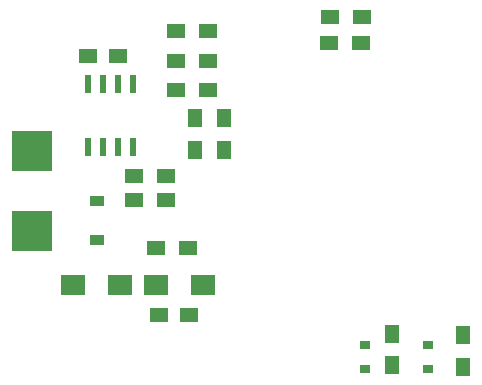
<source format=gtp>
G04 #@! TF.FileFunction,Paste,Top*
%FSLAX46Y46*%
G04 Gerber Fmt 4.6, Leading zero omitted, Abs format (unit mm)*
G04 Created by KiCad (PCBNEW 4.0.7-e2-6376~58~ubuntu14.04.1) date Sun Jul  1 13:34:02 2018*
%MOMM*%
%LPD*%
G01*
G04 APERTURE LIST*
%ADD10C,0.076200*%
%ADD11R,3.500000X3.500000*%
%ADD12R,0.600000X1.550000*%
%ADD13R,1.200000X0.900000*%
%ADD14R,1.500000X1.250000*%
%ADD15R,1.500000X1.300000*%
%ADD16R,1.300000X1.500000*%
%ADD17R,2.000000X1.700000*%
%ADD18R,0.900000X0.800000*%
G04 APERTURE END LIST*
D10*
D11*
X111000000Y-88900000D03*
X111000000Y-82100000D03*
D12*
X115697000Y-81821000D03*
X116967000Y-81821000D03*
X118237000Y-81821000D03*
X119507000Y-81821000D03*
X119507000Y-76421000D03*
X118237000Y-76421000D03*
X116967000Y-76421000D03*
X115697000Y-76421000D03*
D13*
X116459000Y-86361000D03*
X116459000Y-89661000D03*
D14*
X115750000Y-74100000D03*
X118250000Y-74100000D03*
X121750000Y-96000000D03*
X124250000Y-96000000D03*
D15*
X136150000Y-73000000D03*
X138850000Y-73000000D03*
X122350000Y-86300000D03*
X119650000Y-86300000D03*
D16*
X124790000Y-79340000D03*
X124790000Y-82040000D03*
D15*
X123150000Y-77000000D03*
X125850000Y-77000000D03*
X123150000Y-74500000D03*
X125850000Y-74500000D03*
X123150000Y-72000000D03*
X125850000Y-72000000D03*
X138891000Y-70739000D03*
X136191000Y-70739000D03*
D16*
X127240000Y-79340000D03*
X127240000Y-82040000D03*
D15*
X122350000Y-84200000D03*
X119650000Y-84200000D03*
D17*
X114459000Y-93472000D03*
X118459000Y-93472000D03*
X121500000Y-93500000D03*
X125500000Y-93500000D03*
D15*
X121459000Y-90297000D03*
X124159000Y-90297000D03*
D18*
X139192000Y-100618000D03*
X139192000Y-98518000D03*
X144526000Y-100618000D03*
X144526000Y-98518000D03*
D16*
X141478000Y-97583000D03*
X141478000Y-100283000D03*
X147447000Y-97710000D03*
X147447000Y-100410000D03*
M02*

</source>
